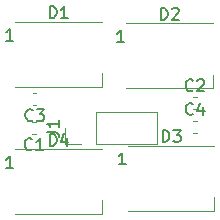
<source format=gbr>
%TF.GenerationSoftware,KiCad,Pcbnew,(5.1.10)-1*%
%TF.CreationDate,2021-06-06T01:25:55+08:00*%
%TF.ProjectId,W2S2812B,57325332-3831-4324-922e-6b696361645f,rev?*%
%TF.SameCoordinates,Original*%
%TF.FileFunction,Legend,Top*%
%TF.FilePolarity,Positive*%
%FSLAX46Y46*%
G04 Gerber Fmt 4.6, Leading zero omitted, Abs format (unit mm)*
G04 Created by KiCad (PCBNEW (5.1.10)-1) date 2021-06-06 01:25:55*
%MOMM*%
%LPD*%
G01*
G04 APERTURE LIST*
%ADD10C,0.120000*%
%ADD11C,0.150000*%
G04 APERTURE END LIST*
D10*
%TO.C,J1*%
X5610000Y7350000D02*
X5610000Y8680000D01*
X6940000Y7350000D02*
X5610000Y7350000D01*
X8210000Y7350000D02*
X8210000Y10010000D01*
X8210000Y10010000D02*
X13350000Y10010000D01*
X8210000Y7350000D02*
X13350000Y7350000D01*
X13350000Y7350000D02*
X13350000Y10010000D01*
%TO.C,D4*%
X8690000Y1400000D02*
X8690000Y2550000D01*
X1390000Y1400000D02*
X8690000Y1400000D01*
X1390000Y6900000D02*
X8690000Y6900000D01*
%TO.C,D3*%
X18240000Y1700000D02*
X18240000Y2850000D01*
X10940000Y1700000D02*
X18240000Y1700000D01*
X10940000Y7200000D02*
X18240000Y7200000D01*
%TO.C,D2*%
X18090000Y12060000D02*
X18090000Y13210000D01*
X10790000Y12060000D02*
X18090000Y12060000D01*
X10790000Y17560000D02*
X18090000Y17560000D01*
%TO.C,D1*%
X8690000Y12190000D02*
X8690000Y13340000D01*
X1390000Y12190000D02*
X8690000Y12190000D01*
X1390000Y17690000D02*
X8690000Y17690000D01*
%TO.C,C4*%
X16436233Y8300000D02*
X16728767Y8300000D01*
X16436233Y9320000D02*
X16728767Y9320000D01*
%TO.C,C3*%
X3166267Y11660000D02*
X2873733Y11660000D01*
X3166267Y10640000D02*
X2873733Y10640000D01*
%TO.C,C2*%
X16441233Y10310000D02*
X16733767Y10310000D01*
X16441233Y11330000D02*
X16733767Y11330000D01*
%TO.C,C1*%
X3106267Y9210000D02*
X2813733Y9210000D01*
X3106267Y8190000D02*
X2813733Y8190000D01*
%TO.C,J1*%
D11*
X4062380Y8346666D02*
X4776666Y8346666D01*
X4919523Y8299047D01*
X5014761Y8203809D01*
X5062380Y8060952D01*
X5062380Y7965714D01*
X5062380Y9346666D02*
X5062380Y8775238D01*
X5062380Y9060952D02*
X4062380Y9060952D01*
X4205238Y8965714D01*
X4300476Y8870476D01*
X4348095Y8775238D01*
%TO.C,D4*%
X4301904Y7197619D02*
X4301904Y8197619D01*
X4540000Y8197619D01*
X4682857Y8150000D01*
X4778095Y8054761D01*
X4825714Y7959523D01*
X4873333Y7769047D01*
X4873333Y7626190D01*
X4825714Y7435714D01*
X4778095Y7340476D01*
X4682857Y7245238D01*
X4540000Y7197619D01*
X4301904Y7197619D01*
X5730476Y7864285D02*
X5730476Y7197619D01*
X5492380Y8245238D02*
X5254285Y7530952D01*
X5873333Y7530952D01*
X1175714Y5297619D02*
X604285Y5297619D01*
X890000Y5297619D02*
X890000Y6297619D01*
X794761Y6154761D01*
X699523Y6059523D01*
X604285Y6011904D01*
%TO.C,D3*%
X13851904Y7497619D02*
X13851904Y8497619D01*
X14090000Y8497619D01*
X14232857Y8450000D01*
X14328095Y8354761D01*
X14375714Y8259523D01*
X14423333Y8069047D01*
X14423333Y7926190D01*
X14375714Y7735714D01*
X14328095Y7640476D01*
X14232857Y7545238D01*
X14090000Y7497619D01*
X13851904Y7497619D01*
X14756666Y8497619D02*
X15375714Y8497619D01*
X15042380Y8116666D01*
X15185238Y8116666D01*
X15280476Y8069047D01*
X15328095Y8021428D01*
X15375714Y7926190D01*
X15375714Y7688095D01*
X15328095Y7592857D01*
X15280476Y7545238D01*
X15185238Y7497619D01*
X14899523Y7497619D01*
X14804285Y7545238D01*
X14756666Y7592857D01*
X10725714Y5597619D02*
X10154285Y5597619D01*
X10440000Y5597619D02*
X10440000Y6597619D01*
X10344761Y6454761D01*
X10249523Y6359523D01*
X10154285Y6311904D01*
%TO.C,D2*%
X13701904Y17857619D02*
X13701904Y18857619D01*
X13940000Y18857619D01*
X14082857Y18810000D01*
X14178095Y18714761D01*
X14225714Y18619523D01*
X14273333Y18429047D01*
X14273333Y18286190D01*
X14225714Y18095714D01*
X14178095Y18000476D01*
X14082857Y17905238D01*
X13940000Y17857619D01*
X13701904Y17857619D01*
X14654285Y18762380D02*
X14701904Y18810000D01*
X14797142Y18857619D01*
X15035238Y18857619D01*
X15130476Y18810000D01*
X15178095Y18762380D01*
X15225714Y18667142D01*
X15225714Y18571904D01*
X15178095Y18429047D01*
X14606666Y17857619D01*
X15225714Y17857619D01*
X10575714Y15957619D02*
X10004285Y15957619D01*
X10290000Y15957619D02*
X10290000Y16957619D01*
X10194761Y16814761D01*
X10099523Y16719523D01*
X10004285Y16671904D01*
%TO.C,D1*%
X4301904Y17987619D02*
X4301904Y18987619D01*
X4540000Y18987619D01*
X4682857Y18940000D01*
X4778095Y18844761D01*
X4825714Y18749523D01*
X4873333Y18559047D01*
X4873333Y18416190D01*
X4825714Y18225714D01*
X4778095Y18130476D01*
X4682857Y18035238D01*
X4540000Y17987619D01*
X4301904Y17987619D01*
X5825714Y17987619D02*
X5254285Y17987619D01*
X5540000Y17987619D02*
X5540000Y18987619D01*
X5444761Y18844761D01*
X5349523Y18749523D01*
X5254285Y18701904D01*
X1175714Y16087619D02*
X604285Y16087619D01*
X890000Y16087619D02*
X890000Y17087619D01*
X794761Y16944761D01*
X699523Y16849523D01*
X604285Y16801904D01*
%TO.C,C4*%
X16415833Y9882857D02*
X16368214Y9835238D01*
X16225357Y9787619D01*
X16130119Y9787619D01*
X15987261Y9835238D01*
X15892023Y9930476D01*
X15844404Y10025714D01*
X15796785Y10216190D01*
X15796785Y10359047D01*
X15844404Y10549523D01*
X15892023Y10644761D01*
X15987261Y10740000D01*
X16130119Y10787619D01*
X16225357Y10787619D01*
X16368214Y10740000D01*
X16415833Y10692380D01*
X17272976Y10454285D02*
X17272976Y9787619D01*
X17034880Y10835238D02*
X16796785Y10120952D01*
X17415833Y10120952D01*
%TO.C,C3*%
X2853333Y9362857D02*
X2805714Y9315238D01*
X2662857Y9267619D01*
X2567619Y9267619D01*
X2424761Y9315238D01*
X2329523Y9410476D01*
X2281904Y9505714D01*
X2234285Y9696190D01*
X2234285Y9839047D01*
X2281904Y10029523D01*
X2329523Y10124761D01*
X2424761Y10220000D01*
X2567619Y10267619D01*
X2662857Y10267619D01*
X2805714Y10220000D01*
X2853333Y10172380D01*
X3186666Y10267619D02*
X3805714Y10267619D01*
X3472380Y9886666D01*
X3615238Y9886666D01*
X3710476Y9839047D01*
X3758095Y9791428D01*
X3805714Y9696190D01*
X3805714Y9458095D01*
X3758095Y9362857D01*
X3710476Y9315238D01*
X3615238Y9267619D01*
X3329523Y9267619D01*
X3234285Y9315238D01*
X3186666Y9362857D01*
%TO.C,C2*%
X16420833Y11892857D02*
X16373214Y11845238D01*
X16230357Y11797619D01*
X16135119Y11797619D01*
X15992261Y11845238D01*
X15897023Y11940476D01*
X15849404Y12035714D01*
X15801785Y12226190D01*
X15801785Y12369047D01*
X15849404Y12559523D01*
X15897023Y12654761D01*
X15992261Y12750000D01*
X16135119Y12797619D01*
X16230357Y12797619D01*
X16373214Y12750000D01*
X16420833Y12702380D01*
X16801785Y12702380D02*
X16849404Y12750000D01*
X16944642Y12797619D01*
X17182738Y12797619D01*
X17277976Y12750000D01*
X17325595Y12702380D01*
X17373214Y12607142D01*
X17373214Y12511904D01*
X17325595Y12369047D01*
X16754166Y11797619D01*
X17373214Y11797619D01*
%TO.C,C1*%
X2793333Y6912857D02*
X2745714Y6865238D01*
X2602857Y6817619D01*
X2507619Y6817619D01*
X2364761Y6865238D01*
X2269523Y6960476D01*
X2221904Y7055714D01*
X2174285Y7246190D01*
X2174285Y7389047D01*
X2221904Y7579523D01*
X2269523Y7674761D01*
X2364761Y7770000D01*
X2507619Y7817619D01*
X2602857Y7817619D01*
X2745714Y7770000D01*
X2793333Y7722380D01*
X3745714Y6817619D02*
X3174285Y6817619D01*
X3460000Y6817619D02*
X3460000Y7817619D01*
X3364761Y7674761D01*
X3269523Y7579523D01*
X3174285Y7531904D01*
%TD*%
M02*

</source>
